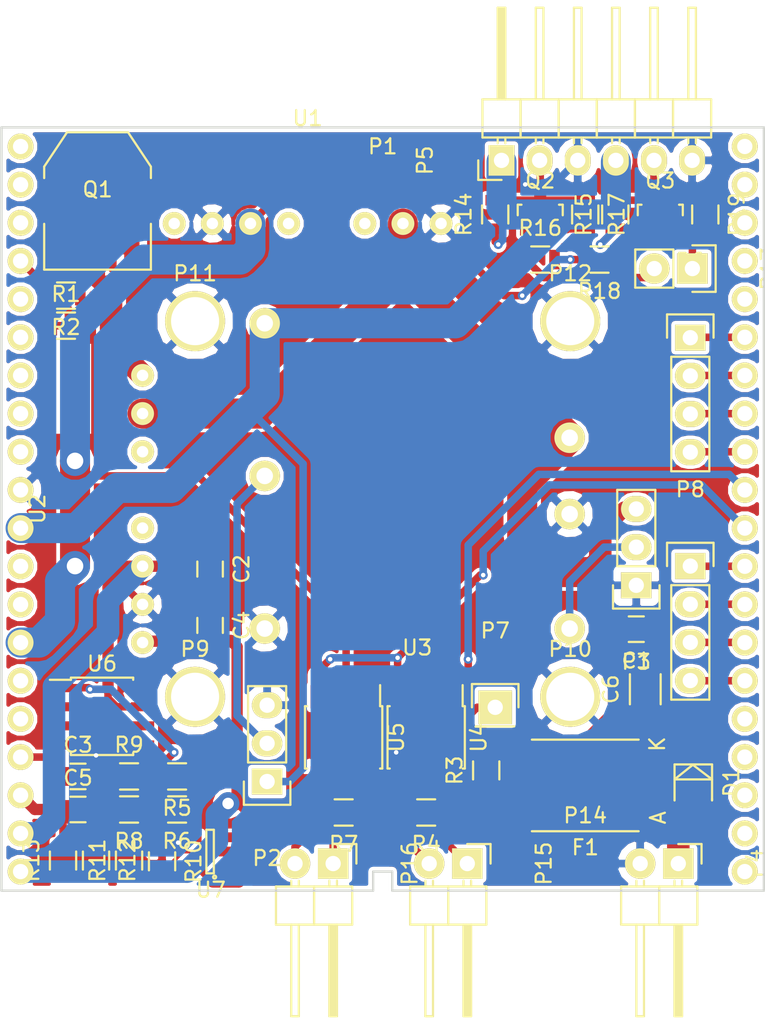
<source format=kicad_pcb>
(kicad_pcb (version 4) (host pcbnew 4.0.2-stable)
  (layers (0 F.Cu signal) (31 B.Cu signal) (34 B.Paste user) (35 F.Paste user) (36 B.SilkS user hide) (37 F.SilkS user hide) (38 B.Mask user) (39 F.Mask user) (44 Edge.Cuts user))
  (net 0 "")
  (net 1 GND)
  (net 2 VIN)
  (net 3 "Net-(D1-Pad2)")
  (net 4 /EN_APWR)
  (net 5 +24V)
  (net 6 +3V3)
  (net 7 +12V)
  (net 8 -12VA)
  (net 9 /TX)
  (net 10 /RX)
  (net 11 "Net-(P2-Pad2)")
  (net 12 "Net-(P3-Pad2)")
  (net 13 "Net-(Q1-Pad1)")
  (net 14 "Net-(Q1-Pad2)")
  (net 15 +9V)
  (net 16 -9VA)
  (net 17 "Net-(P1-Pad27)")
  (net 18 "Net-(P1-Pad28)")
  (net 19 "Net-(P1-Pad29)")
  (net 20 "Net-(P1-Pad33)")
  (net 21 "Net-(P1-Pad34)")
  (net 22 "Net-(P1-Pad35)")
  (net 23 /A)
  (net 24 /B)
  (net 25 /Y)
  (net 26 /Z)
  (net 27 "Net-(P7-Pad1)")
  (net 28 "Net-(R5-Pad2)")
  (net 29 "Net-(R6-Pad2)")
  (net 30 "Net-(R8-Pad2)")
  (net 31 "Net-(R10-Pad2)")
  (net 32 "Net-(R11-Pad2)")
  (net 33 "Net-(R12-Pad2)")
  (net 34 "Net-(P1-Pad26)")
  (net 35 "Net-(P1-Pad32)")
  (net 36 "Net-(P5-Pad2)")
  (net 37 "Net-(P5-Pad5)")
  (net 38 "Net-(P13-Pad1)")
  (net 39 "Net-(P13-Pad2)")
  (net 40 "Net-(D1-Pad1)")
  (module Capacitors_SMD:C_0805 (layer F.Cu) (at 165.4 113 180)
    (fp_text reference C1 (at 0 -2.1 180) (layer F.SilkS))
    (fp_text value 10u)
    (pad 1 smd rect (at -1 0 180) (size 1 1.25) (layers F.Cu F.Paste F.Mask) (net 1 GND))
    (pad 2 smd rect (at 1 0 180) (size 1 1.25) (layers F.Cu F.Paste F.Mask) (net 2 VIN))
  )
  (module Diodes_SMD:MELF_Standard (layer F.Cu) (at 169.2 123.2 270)
    (fp_text reference D1 (at 0 -2.54 270) (layer F.SilkS))
    (fp_text value SMS240)
    (fp_text user K (at -2.55 2.4 270) (layer F.SilkS))
    (fp_text user A (at 2.35 2.35 270) (layer F.SilkS))
    (pad 1 smd rect (at -2.4003 0 270) (size 1.50114 2.70002) (layers F.Cu F.Paste F.Mask) (net 40 "Net-(D1-Pad1)"))
    (pad 2 smd rect (at 2.4003 0 270) (size 1.50114 2.70002) (layers F.Cu F.Paste F.Mask) (net 3 "Net-(D1-Pad2)"))
  )
  (module SCUBE:scube40_no_holes (layer F.Cu) (at 148.5011 105.0036)
    (fp_text reference P1 (at 0 -24.13) (layer F.SilkS))
    (fp_text value SCUBE40)
    (fp_line (start -25.4 25.4) (end -25.4 -25.4) (layer Edge.Cuts) (width 0.15))
    (fp_line (start 25.4 25.4) (end 0.635 25.4) (layer Edge.Cuts) (width 0.15))
    (fp_line (start 25.4 -25.4) (end 25.4 25.4) (layer Edge.Cuts) (width 0.15))
    (fp_line (start -25.4 -25.4) (end 25.4 -25.4) (layer Edge.Cuts) (width 0.15))
    (fp_line (start -0.635 25.4) (end -25.4 25.4) (layer Edge.Cuts) (width 0.15))
    (fp_line (start -0.635 24.13) (end -0.635 25.4) (layer Edge.Cuts) (width 0.15))
    (fp_line (start 0.635 24.13) (end -0.635 24.13) (layer Edge.Cuts) (width 0.15))
    (fp_line (start 0.635 25.4) (end 0.635 24.13) (layer Edge.Cuts) (width 0.15))
    (pad 1 thru_hole circle (at -24.13 -24.13) (size 1.7272 1.7272) (drill 1.016) (layers *.Cu *.Mask F.SilkS))
    (pad 2 thru_hole circle (at -24.13 -21.59) (size 1.7272 1.7272) (drill 1.016) (layers *.Cu *.Mask F.SilkS))
    (pad 3 thru_hole circle (at -24.13 -19.05) (size 1.7272 1.7272) (drill 1.016) (layers *.Cu *.Mask F.SilkS))
    (pad 4 thru_hole circle (at -24.13 -16.51) (size 1.7272 1.7272) (drill 1.016) (layers *.Cu *.Mask F.SilkS) (net 4 /EN_APWR))
    (pad 5 thru_hole circle (at -24.13 -13.97) (size 1.7272 1.7272) (drill 1.016) (layers *.Cu *.Mask F.SilkS))
    (pad 6 thru_hole circle (at -24.13 -11.43) (size 1.7272 1.7272) (drill 1.016) (layers *.Cu *.Mask F.SilkS))
    (pad 7 thru_hole circle (at -24.13 -8.89) (size 1.7272 1.7272) (drill 1.016) (layers *.Cu *.Mask F.SilkS))
    (pad 8 thru_hole circle (at -24.13 -6.35) (size 1.7272 1.7272) (drill 1.016) (layers *.Cu *.Mask F.SilkS))
    (pad 9 thru_hole circle (at -24.13 -3.81) (size 1.7272 1.7272) (drill 1.016) (layers *.Cu *.Mask F.SilkS))
    (pad 10 thru_hole circle (at -24.13 -1.27) (size 1.7272 1.7272) (drill 1.016) (layers *.Cu *.Mask F.SilkS) (net 1 GND))
    (pad 11 thru_hole circle (at -24.13 1.27) (size 1.7272 1.7272) (drill 1.016) (layers *.Cu *.Mask F.SilkS) (net 5 +24V))
    (pad 12 thru_hole circle (at -24.13 3.81) (size 1.7272 1.7272) (drill 1.016) (layers *.Cu *.Mask F.SilkS))
    (pad 13 thru_hole circle (at -24.13 6.35) (size 1.7272 1.7272) (drill 1.016) (layers *.Cu *.Mask F.SilkS))
    (pad 14 thru_hole circle (at -24.13 8.89) (size 1.7272 1.7272) (drill 1.016) (layers *.Cu *.Mask F.SilkS) (net 6 +3V3))
    (pad 15 thru_hole circle (at -24.13 11.43) (size 1.7272 1.7272) (drill 1.016) (layers *.Cu *.Mask F.SilkS))
    (pad 16 thru_hole circle (at -24.13 13.97) (size 1.7272 1.7272) (drill 1.016) (layers *.Cu *.Mask F.SilkS))
    (pad 17 thru_hole circle (at -24.13 16.51) (size 1.7272 1.7272) (drill 1.016) (layers *.Cu *.Mask F.SilkS) (net 15 +9V))
    (pad 18 thru_hole circle (at -24.13 19.05) (size 1.7272 1.7272) (drill 1.016) (layers *.Cu *.Mask F.SilkS) (net 16 -9VA))
    (pad 19 thru_hole circle (at -24.13 21.59) (size 1.7272 1.7272) (drill 1.016) (layers *.Cu *.Mask F.SilkS) (net 7 +12V))
    (pad 20 thru_hole circle (at -24.13 24.13) (size 1.7272 1.7272) (drill 1.016) (layers *.Cu *.Mask F.SilkS) (net 8 -12VA))
    (pad 21 thru_hole circle (at 24.13 24.13) (size 1.7272 1.7272) (drill 1.016) (layers *.Cu *.Mask F.SilkS))
    (pad 22 thru_hole circle (at 24.13 21.59) (size 1.7272 1.7272) (drill 1.016) (layers *.Cu *.Mask F.SilkS))
    (pad 23 thru_hole circle (at 24.13 19.05) (size 1.7272 1.7272) (drill 1.016) (layers *.Cu *.Mask F.SilkS))
    (pad 24 thru_hole circle (at 24.13 16.51) (size 1.7272 1.7272) (drill 1.016) (layers *.Cu *.Mask F.SilkS))
    (pad 25 thru_hole circle (at 24.13 13.97) (size 1.7272 1.7272) (drill 1.016) (layers *.Cu *.Mask F.SilkS))
    (pad 26 thru_hole circle (at 24.13 11.43) (size 1.7272 1.7272) (drill 1.016) (layers *.Cu *.Mask F.SilkS) (net 34 "Net-(P1-Pad26)"))
    (pad 27 thru_hole circle (at 24.13 8.89) (size 1.7272 1.7272) (drill 1.016) (layers *.Cu *.Mask F.SilkS) (net 17 "Net-(P1-Pad27)"))
    (pad 28 thru_hole circle (at 24.13 6.35) (size 1.7272 1.7272) (drill 1.016) (layers *.Cu *.Mask F.SilkS) (net 18 "Net-(P1-Pad28)"))
    (pad 29 thru_hole circle (at 24.13 3.81) (size 1.7272 1.7272) (drill 1.016) (layers *.Cu *.Mask F.SilkS) (net 19 "Net-(P1-Pad29)"))
    (pad 30 thru_hole circle (at 24.13 1.27) (size 1.7272 1.7272) (drill 1.016) (layers *.Cu *.Mask F.SilkS) (net 9 /TX))
    (pad 31 thru_hole circle (at 24.13 -1.27) (size 1.7272 1.7272) (drill 1.016) (layers *.Cu *.Mask F.SilkS) (net 10 /RX))
    (pad 32 thru_hole circle (at 24.13 -3.81) (size 1.7272 1.7272) (drill 1.016) (layers *.Cu *.Mask F.SilkS) (net 35 "Net-(P1-Pad32)"))
    (pad 33 thru_hole circle (at 24.13 -6.35) (size 1.7272 1.7272) (drill 1.016) (layers *.Cu *.Mask F.SilkS) (net 20 "Net-(P1-Pad33)"))
    (pad 34 thru_hole circle (at 24.13 -8.89) (size 1.7272 1.7272) (drill 1.016) (layers *.Cu *.Mask F.SilkS) (net 21 "Net-(P1-Pad34)"))
    (pad 35 thru_hole circle (at 24.13 -11.43) (size 1.7272 1.7272) (drill 1.016) (layers *.Cu *.Mask F.SilkS) (net 22 "Net-(P1-Pad35)"))
    (pad 36 thru_hole circle (at 24.13 -13.97) (size 1.7272 1.7272) (drill 1.016) (layers *.Cu *.Mask F.SilkS))
    (pad 37 thru_hole circle (at 24.13 -16.51) (size 1.7272 1.7272) (drill 1.016) (layers *.Cu *.Mask F.SilkS))
    (pad 38 thru_hole circle (at 24.13 -19.05) (size 1.7272 1.7272) (drill 1.016) (layers *.Cu *.Mask F.SilkS))
    (pad 39 thru_hole circle (at 24.13 -21.59) (size 1.7272 1.7272) (drill 1.016) (layers *.Cu *.Mask F.SilkS))
    (pad 40 thru_hole circle (at 24.13 -24.13) (size 1.7272 1.7272) (drill 1.016) (layers *.Cu *.Mask F.SilkS))
  )
  (module Pin_Headers:Pin_Header_Straight_1x03 (layer F.Cu) (at 140.8 123.14 180)
    (fp_text reference P2 (at 0 -5.1 180) (layer F.SilkS))
    (fp_text value TRIM)
    (pad 1 thru_hole rect (at 0 0 180) (size 2.032 1.7272) (drill 1.016) (layers *.Cu *.Mask F.SilkS) (net 5 +24V))
    (pad 2 thru_hole oval (at 0 2.54 180) (size 2.032 1.7272) (drill 1.016) (layers *.Cu *.Mask F.SilkS) (net 11 "Net-(P2-Pad2)"))
    (pad 3 thru_hole oval (at 0 5.08 180) (size 2.032 1.7272) (drill 1.016) (layers *.Cu *.Mask F.SilkS) (net 1 GND))
  )
  (module Pin_Headers:Pin_Header_Straight_1x03 (layer F.Cu) (at 165.4 110.08 180)
    (fp_text reference P3 (at 0 -5.1 180) (layer F.SilkS))
    (fp_text value ON/OFF)
    (pad 1 thru_hole rect (at 0 0 180) (size 2.032 1.7272) (drill 1.016) (layers *.Cu *.Mask F.SilkS) (net 1 GND))
    (pad 2 thru_hole oval (at 0 2.54 180) (size 2.032 1.7272) (drill 1.016) (layers *.Cu *.Mask F.SilkS) (net 12 "Net-(P3-Pad2)"))
    (pad 3 thru_hole oval (at 0 5.08 180) (size 2.032 1.7272) (drill 1.016) (layers *.Cu *.Mask F.SilkS) (net 2 VIN))
  )
  (module Resistors_SMD:R_0805 (layer F.Cu) (at 127.4 92.8)
    (fp_text reference R1 (at 0 -2.1) (layer F.SilkS))
    (fp_text value 1M)
    (pad 1 smd rect (at -0.95 0) (size 0.7 1.3) (layers F.Cu F.Paste F.Mask) (net 1 GND))
    (pad 2 smd rect (at 0.95 0) (size 0.7 1.3) (layers F.Cu F.Paste F.Mask) (net 13 "Net-(Q1-Pad1)"))
  )
  (module Resistors_SMD:R_0805 (layer F.Cu) (at 127.4 90.8 180)
    (fp_text reference R2 (at 0 -2.1 180) (layer F.SilkS))
    (fp_text value 10k)
    (pad 1 smd rect (at -0.95 0 180) (size 0.7 1.3) (layers F.Cu F.Paste F.Mask) (net 13 "Net-(Q1-Pad1)"))
    (pad 2 smd rect (at 0.95 0 180) (size 0.7 1.3) (layers F.Cu F.Paste F.Mask) (net 4 /EN_APWR))
  )
  (module Capacitors_SMD:C_0805 (layer F.Cu) (at 137 109 270)
    (fp_text reference C2 (at 0 -2.1 270) (layer F.SilkS))
    (fp_text value 100n)
    (pad 1 smd rect (at -1 0 270) (size 1 1.25) (layers F.Cu F.Paste F.Mask) (net 7 +12V))
    (pad 2 smd rect (at 1 0 270) (size 1 1.25) (layers F.Cu F.Paste F.Mask) (net 1 GND))
  )
  (module Capacitors_SMD:C_0805 (layer F.Cu) (at 128.2 122.8)
    (fp_text reference C3 (at 0 -2.1) (layer F.SilkS))
    (fp_text value 10u)
    (pad 1 smd rect (at -1 0) (size 1 1.25) (layers F.Cu F.Paste F.Mask) (net 15 +9V))
    (pad 2 smd rect (at 1 0) (size 1 1.25) (layers F.Cu F.Paste F.Mask) (net 1 GND))
  )
  (module Capacitors_SMD:C_0805 (layer F.Cu) (at 137 112.75 270)
    (fp_text reference C4 (at 0 -2.1 270) (layer F.SilkS))
    (fp_text value 100n)
    (pad 1 smd rect (at -1 0 270) (size 1 1.25) (layers F.Cu F.Paste F.Mask) (net 1 GND))
    (pad 2 smd rect (at 1 0 270) (size 1 1.25) (layers F.Cu F.Paste F.Mask) (net 8 -12VA))
  )
  (module Capacitors_SMD:C_0805 (layer F.Cu) (at 128.2 125)
    (fp_text reference C5 (at 0 -2.1) (layer F.SilkS))
    (fp_text value 10u)
    (pad 1 smd rect (at -1 0) (size 1 1.25) (layers F.Cu F.Paste F.Mask) (net 16 -9VA))
    (pad 2 smd rect (at 1 0) (size 1 1.25) (layers F.Cu F.Paste F.Mask) (net 1 GND))
  )
  (module Pin_Headers:Pin_Header_Straight_1x01 (layer F.Cu) (at 156 118.2)
    (fp_text reference P7 (at 0 -5.1) (layer F.SilkS))
    (fp_text value DE)
    (pad 1 thru_hole rect (at 0 0) (size 2.2352 2.2352) (drill 1.016) (layers *.Cu *.Mask F.SilkS) (net 27 "Net-(P7-Pad1)"))
  )
  (module Resistors_SMD:R_0805 (layer F.Cu) (at 155.4 122.4 90)
    (fp_text reference R3 (at 0 -2.1 90) (layer F.SilkS))
    (fp_text value 10k)
    (pad 1 smd rect (at -0.95 0 90) (size 0.7 1.3) (layers F.Cu F.Paste F.Mask) (net 6 +3V3))
    (pad 2 smd rect (at 0.95 0 90) (size 0.7 1.3) (layers F.Cu F.Paste F.Mask) (net 10 /RX))
  )
  (module Resistors_SMD:R_0805 (layer F.Cu) (at 151.4 125.2 180)
    (fp_text reference R4 (at 0 -2.1 180) (layer F.SilkS))
    (fp_text value 120)
    (pad 1 smd rect (at -0.95 0 180) (size 0.7 1.3) (layers F.Cu F.Paste F.Mask) (net 24 /B))
    (pad 2 smd rect (at 0.95 0 180) (size 0.7 1.3) (layers F.Cu F.Paste F.Mask) (net 23 /A))
  )
  (module Resistors_SMD:R_0805 (layer F.Cu) (at 134.8 122.8 180)
    (fp_text reference R5 (at 0 -2.1 180) (layer F.SilkS))
    (fp_text value 10k)
    (pad 1 smd rect (at -0.95 0 180) (size 0.7 1.3) (layers F.Cu F.Paste F.Mask) (net 1 GND))
    (pad 2 smd rect (at 0.95 0 180) (size 0.7 1.3) (layers F.Cu F.Paste F.Mask) (net 28 "Net-(R5-Pad2)"))
  )
  (module Resistors_SMD:R_0805 (layer F.Cu) (at 134.8 125 180)
    (fp_text reference R6 (at 0 -2.1 180) (layer F.SilkS))
    (fp_text value 56k)
    (pad 1 smd rect (at -0.95 0 180) (size 0.7 1.3) (layers F.Cu F.Paste F.Mask) (net 28 "Net-(R5-Pad2)"))
    (pad 2 smd rect (at 0.95 0 180) (size 0.7 1.3) (layers F.Cu F.Paste F.Mask) (net 29 "Net-(R6-Pad2)"))
  )
  (module Resistors_SMD:R_0805 (layer F.Cu) (at 145.9 125.2 180)
    (fp_text reference R7 (at 0 -2.1 180) (layer F.SilkS))
    (fp_text value 120)
    (pad 1 smd rect (at -0.95 0 180) (size 0.7 1.3) (layers F.Cu F.Paste F.Mask) (net 26 /Z))
    (pad 2 smd rect (at 0.95 0 180) (size 0.7 1.3) (layers F.Cu F.Paste F.Mask) (net 25 /Y))
  )
  (module Resistors_SMD:R_0805 (layer F.Cu) (at 131.6 125 180)
    (fp_text reference R8 (at 0 -2.1 180) (layer F.SilkS))
    (fp_text value 8k2)
    (pad 1 smd rect (at -0.95 0 180) (size 0.7 1.3) (layers F.Cu F.Paste F.Mask) (net 29 "Net-(R6-Pad2)"))
    (pad 2 smd rect (at 0.95 0 180) (size 0.7 1.3) (layers F.Cu F.Paste F.Mask) (net 30 "Net-(R8-Pad2)"))
  )
  (module Resistors_SMD:R_0805 (layer F.Cu) (at 131.6 122.8)
    (fp_text reference R9 (at 0 -2.1) (layer F.SilkS))
    (fp_text value 180)
    (pad 1 smd rect (at -0.95 0) (size 0.7 1.3) (layers F.Cu F.Paste F.Mask) (net 15 +9V))
    (pad 2 smd rect (at 0.95 0) (size 0.7 1.3) (layers F.Cu F.Paste F.Mask) (net 30 "Net-(R8-Pad2)"))
  )
  (module Resistors_SMD:R_0805 (layer F.Cu) (at 133.8 128.45 270)
    (fp_text reference R10 (at 0 -2.1 270) (layer F.SilkS))
    (fp_text value 10k)
    (pad 1 smd rect (at -0.95 0 270) (size 0.7 1.3) (layers F.Cu F.Paste F.Mask) (net 1 GND))
    (pad 2 smd rect (at 0.95 0 270) (size 0.7 1.3) (layers F.Cu F.Paste F.Mask) (net 31 "Net-(R10-Pad2)"))
  )
  (module Resistors_SMD:R_0805 (layer F.Cu) (at 131.6 128.4 90)
    (fp_text reference R11 (at 0 -2.1 90) (layer F.SilkS))
    (fp_text value 56k)
    (pad 1 smd rect (at -0.95 0 90) (size 0.7 1.3) (layers F.Cu F.Paste F.Mask) (net 31 "Net-(R10-Pad2)"))
    (pad 2 smd rect (at 0.95 0 90) (size 0.7 1.3) (layers F.Cu F.Paste F.Mask) (net 32 "Net-(R11-Pad2)"))
  )
  (module Resistors_SMD:R_0805 (layer F.Cu) (at 129.4 128.4 270)
    (fp_text reference R12 (at 0 -2.1 270) (layer F.SilkS))
    (fp_text value 8k2)
    (pad 1 smd rect (at -0.95 0 270) (size 0.7 1.3) (layers F.Cu F.Paste F.Mask) (net 32 "Net-(R11-Pad2)"))
    (pad 2 smd rect (at 0.95 0 270) (size 0.7 1.3) (layers F.Cu F.Paste F.Mask) (net 33 "Net-(R12-Pad2)"))
  )
  (module Resistors_SMD:R_0805 (layer F.Cu) (at 127.2 128.4 90)
    (fp_text reference R13 (at 0 -2.1 90) (layer F.SilkS))
    (fp_text value 820)
    (pad 1 smd rect (at -0.95 0 90) (size 0.7 1.3) (layers F.Cu F.Paste F.Mask) (net 33 "Net-(R12-Pad2)"))
    (pad 2 smd rect (at 0.95 0 90) (size 0.7 1.3) (layers F.Cu F.Paste F.Mask) (net 16 -9VA))
  )
  (module Housings_SOIC:SOIC-8_3.9x4.9mm_Pitch1.27mm (layer F.Cu) (at 151.4 120.2 270)
    (fp_text reference U4 (at 0 -3.5 270) (layer F.SilkS))
    (fp_text value MAX485)
    (pad 1 smd rect (at -2.7 -1.905 270) (size 1.55 0.6) (layers F.Cu F.Paste F.Mask) (net 10 /RX))
    (pad 2 smd rect (at -2.7 -0.635 270) (size 1.55 0.6) (layers F.Cu F.Paste F.Mask) (net 27 "Net-(P7-Pad1)"))
    (pad 3 smd rect (at -2.7 0.635 270) (size 1.55 0.6) (layers F.Cu F.Paste F.Mask) (net 27 "Net-(P7-Pad1)"))
    (pad 4 smd rect (at -2.7 1.905 270) (size 1.55 0.6) (layers F.Cu F.Paste F.Mask) (net 9 /TX))
    (pad 5 smd rect (at 2.7 1.905 270) (size 1.55 0.6) (layers F.Cu F.Paste F.Mask) (net 1 GND))
    (pad 6 smd rect (at 2.7 0.635 270) (size 1.55 0.6) (layers F.Cu F.Paste F.Mask) (net 23 /A))
    (pad 7 smd rect (at 2.7 -0.635 270) (size 1.55 0.6) (layers F.Cu F.Paste F.Mask) (net 24 /B))
    (pad 8 smd rect (at 2.7 -1.905 270) (size 1.55 0.6) (layers F.Cu F.Paste F.Mask) (net 6 +3V3))
  )
  (module Housings_SOIC:SOIC-8_3.9x4.9mm_Pitch1.27mm (layer F.Cu) (at 145.9 120.2 270)
    (fp_text reference U5 (at 0 -3.5 270) (layer F.SilkS))
    (fp_text value MAX485)
    (pad 1 smd rect (at -2.7 -1.905 270) (size 1.55 0.6) (layers F.Cu F.Paste F.Mask))
    (pad 2 smd rect (at -2.7 -0.635 270) (size 1.55 0.6) (layers F.Cu F.Paste F.Mask) (net 6 +3V3))
    (pad 3 smd rect (at -2.7 0.635 270) (size 1.55 0.6) (layers F.Cu F.Paste F.Mask) (net 6 +3V3))
    (pad 4 smd rect (at -2.7 1.905 270) (size 1.55 0.6) (layers F.Cu F.Paste F.Mask) (net 9 /TX))
    (pad 5 smd rect (at 2.7 1.905 270) (size 1.55 0.6) (layers F.Cu F.Paste F.Mask) (net 1 GND))
    (pad 6 smd rect (at 2.7 0.635 270) (size 1.55 0.6) (layers F.Cu F.Paste F.Mask) (net 25 /Y))
    (pad 7 smd rect (at 2.7 -0.635 270) (size 1.55 0.6) (layers F.Cu F.Paste F.Mask) (net 26 /Z))
    (pad 8 smd rect (at 2.7 -1.905 270) (size 1.55 0.6) (layers F.Cu F.Paste F.Mask) (net 6 +3V3))
  )
  (module Housings_SOIC:SOIC-8_3.9x4.9mm_Pitch1.27mm (layer F.Cu) (at 129.8 118.8)
    (fp_text reference U6 (at 0 -3.5) (layer F.SilkS))
    (fp_text value MAX1659)
    (pad 1 smd rect (at -2.7 -1.905) (size 1.55 0.6) (layers F.Cu F.Paste F.Mask) (net 28 "Net-(R5-Pad2)"))
    (pad 2 smd rect (at -2.7 -0.635) (size 1.55 0.6) (layers F.Cu F.Paste F.Mask) (net 7 +12V))
    (pad 3 smd rect (at -2.7 0.635) (size 1.55 0.6) (layers F.Cu F.Paste F.Mask) (net 7 +12V))
    (pad 4 smd rect (at -2.7 1.905) (size 1.55 0.6) (layers F.Cu F.Paste F.Mask) (net 15 +9V))
    (pad 5 smd rect (at 2.7 1.905) (size 1.55 0.6) (layers F.Cu F.Paste F.Mask) (net 15 +9V))
    (pad 6 smd rect (at 2.7 0.635) (size 1.55 0.6) (layers F.Cu F.Paste F.Mask) (net 7 +12V))
    (pad 7 smd rect (at 2.7 -0.635) (size 1.55 0.6) (layers F.Cu F.Paste F.Mask) (net 7 +12V))
    (pad 8 smd rect (at 2.7 -1.905) (size 1.55 0.6) (layers F.Cu F.Paste F.Mask) (net 1 GND))
  )
  (module TO_SOT_Packages_SMD:SOT-23-5 (layer F.Cu) (at 137 127.8 180)
    (fp_text reference U7 (at -0.05 -2.55 180) (layer F.SilkS))
    (fp_text value MIC5270YM5-TR)
    (pad 1 smd rect (at -1.1 -0.95 180) (size 1.06 0.65) (layers F.Cu F.Paste F.Mask))
    (pad 2 smd rect (at -1.1 0 180) (size 1.06 0.65) (layers F.Cu F.Paste F.Mask) (net 1 GND))
    (pad 3 smd rect (at -1.1 0.95 180) (size 1.06 0.65) (layers F.Cu F.Paste F.Mask) (net 31 "Net-(R10-Pad2)"))
    (pad 4 smd rect (at 1.1 0.95 180) (size 1.06 0.65) (layers F.Cu F.Paste F.Mask) (net 16 -9VA))
    (pad 5 smd rect (at 1.1 -0.95 180) (size 1.06 0.65) (layers F.Cu F.Paste F.Mask) (net 8 -12VA))
  )
  (module SCUBE:M3_PTH (layer F.Cu) (at 136 117.5)
    (fp_text reference P9 (at 0 -3.175) (layer F.SilkS))
    (fp_text value M3)
    (pad 1 thru_hole circle (at 0 0) (size 4 4) (drill 3.2) (layers *.Cu *.Mask F.SilkS) (net 1 GND))
  )
  (module SCUBE:M3_PTH (layer F.Cu) (at 161 117.5)
    (fp_text reference P10 (at 0 -3.175) (layer F.SilkS))
    (fp_text value M3)
    (pad 1 thru_hole circle (at 0 0) (size 4 4) (drill 3.2) (layers *.Cu *.Mask F.SilkS) (net 1 GND))
  )
  (module SCUBE:M3_PTH (layer F.Cu) (at 136 92.5)
    (fp_text reference P11 (at 0 -3.175) (layer F.SilkS))
    (fp_text value M3)
    (pad 1 thru_hole circle (at 0 0) (size 4 4) (drill 3.2) (layers *.Cu *.Mask F.SilkS) (net 1 GND))
  )
  (module SCUBE:M3_PTH (layer F.Cu) (at 161 92.5)
    (fp_text reference P12 (at 0 -3.175) (layer F.SilkS))
    (fp_text value M3)
    (pad 1 thru_hole circle (at 0 0) (size 4 4) (drill 3.2) (layers *.Cu *.Mask F.SilkS) (net 1 GND))
  )
  (module SCUBE:RSO-2412D_v2 (layer F.Cu) (at 143.5 86 180)
    (fp_text reference U1 (at 0 7 180) (layer F.SilkS))
    (fp_text value RS-243.3S)
    (pad 1 thru_hole circle (at -8.89 0 180) (size 1.524 1.524) (drill 0.762) (layers *.Cu *.Mask F.SilkS) (net 1 GND))
    (pad 2 thru_hole circle (at -6.35 0 180) (size 1.524 1.524) (drill 0.762) (layers *.Cu *.Mask F.SilkS) (net 2 VIN))
    (pad 3 thru_hole circle (at -3.81 0 180) (size 1.524 1.524) (drill 0.762) (layers *.Cu *.Mask F.SilkS))
    (pad 5 thru_hole circle (at 1.27 0 180) (size 1.524 1.524) (drill 0.762) (layers *.Cu *.Mask F.SilkS))
    (pad 6 thru_hole circle (at 3.81 0 180) (size 1.524 1.524) (drill 0.762) (layers *.Cu *.Mask F.SilkS) (net 6 +3V3))
    (pad 7 thru_hole circle (at 6.35 0 180) (size 1.524 1.524) (drill 0.762) (layers *.Cu *.Mask F.SilkS) (net 1 GND))
    (pad 8 thru_hole circle (at 8.89 0 180) (size 1.524 1.524) (drill 0.762) (layers *.Cu *.Mask F.SilkS))
  )
  (module SCUBE:RSO-2412D_v2 (layer F.Cu) (at 132.5 105 270)
    (fp_text reference U2 (at 0 7 270) (layer F.SilkS))
    (fp_text value RSO-2412D-Dual)
    (pad 1 thru_hole circle (at -8.89 0 270) (size 1.524 1.524) (drill 0.762) (layers *.Cu *.Mask F.SilkS) (net 14 "Net-(Q1-Pad2)"))
    (pad 2 thru_hole circle (at -6.35 0 270) (size 1.524 1.524) (drill 0.762) (layers *.Cu *.Mask F.SilkS) (net 2 VIN))
    (pad 3 thru_hole circle (at -3.81 0 270) (size 1.524 1.524) (drill 0.762) (layers *.Cu *.Mask F.SilkS))
    (pad 5 thru_hole circle (at 1.27 0 270) (size 1.524 1.524) (drill 0.762) (layers *.Cu *.Mask F.SilkS))
    (pad 6 thru_hole circle (at 3.81 0 270) (size 1.524 1.524) (drill 0.762) (layers *.Cu *.Mask F.SilkS) (net 7 +12V))
    (pad 7 thru_hole circle (at 6.35 0 270) (size 1.524 1.524) (drill 0.762) (layers *.Cu *.Mask F.SilkS) (net 1 GND))
    (pad 8 thru_hole circle (at 8.89 0 270) (size 1.524 1.524) (drill 0.762) (layers *.Cu *.Mask F.SilkS) (net 8 -12VA))
  )
  (module Pin_Headers:Pin_Header_Angled_1x06 (layer F.Cu) (at 156.42 81.8 90)
    (fp_text reference P5 (at 0 -5.1 90) (layer F.SilkS))
    (fp_text value MOTOR_OUT)
    (pad 1 thru_hole rect (at 0 0 90) (size 2.032 1.7272) (drill 1.016) (layers *.Cu *.Mask F.SilkS) (net 5 +24V))
    (pad 2 thru_hole oval (at 0 2.54 90) (size 2.032 1.7272) (drill 1.016) (layers *.Cu *.Mask F.SilkS) (net 36 "Net-(P5-Pad2)"))
    (pad 3 thru_hole oval (at 0 5.08 90) (size 2.032 1.7272) (drill 1.016) (layers *.Cu *.Mask F.SilkS) (net 1 GND))
    (pad 4 thru_hole oval (at 0 7.62 90) (size 2.032 1.7272) (drill 1.016) (layers *.Cu *.Mask F.SilkS) (net 5 +24V))
    (pad 5 thru_hole oval (at 0 10.16 90) (size 2.032 1.7272) (drill 1.016) (layers *.Cu *.Mask F.SilkS) (net 37 "Net-(P5-Pad5)"))
    (pad 6 thru_hole oval (at 0 12.7 90) (size 2.032 1.7272) (drill 1.016) (layers *.Cu *.Mask F.SilkS) (net 1 GND))
  )
  (module Pin_Headers:Pin_Header_Straight_1x02 (layer F.Cu) (at 169.14 89 270)
    (fp_text reference P13 (at 0 -5.1 270) (layer F.SilkS))
    (fp_text value PWM)
    (pad 1 thru_hole rect (at 0 0 270) (size 2.032 2.032) (drill 1.016) (layers *.Cu *.Mask F.SilkS) (net 38 "Net-(P13-Pad1)"))
    (pad 2 thru_hole oval (at 0 2.54 270) (size 2.032 2.032) (drill 1.016) (layers *.Cu *.Mask F.SilkS) (net 39 "Net-(P13-Pad2)"))
  )
  (module TO_SOT_Packages_SMD:SOT-223 (layer F.Cu) (at 129.5 84.5)
    (fp_text reference Q1 (at 0 -0.762) (layer F.SilkS))
    (fp_text value IRLL024NPBF)
    (pad 4 smd rect (at 0 -3.302) (size 3.6576 2.032) (layers F.Cu F.Paste F.Mask) (net 14 "Net-(Q1-Pad2)"))
    (pad 2 smd rect (at 0 3.302) (size 1.016 2.032) (layers F.Cu F.Paste F.Mask) (net 14 "Net-(Q1-Pad2)"))
    (pad 3 smd rect (at 2.286 3.302) (size 1.016 2.032) (layers F.Cu F.Paste F.Mask) (net 1 GND))
    (pad 1 smd rect (at -2.286 3.302) (size 1.016 2.032) (layers F.Cu F.Paste F.Mask) (net 13 "Net-(Q1-Pad1)"))
  )
  (module TO_SOT_Packages_SMD:SOT-23 (layer F.Cu) (at 159 85.4)
    (fp_text reference Q2 (at 0 -2.25) (layer F.SilkS))
    (fp_text value PMBF170)
    (pad 1 smd rect (at -0.95 1.00076) (size 0.8001 0.8001) (layers F.Cu F.Paste F.Mask) (net 39 "Net-(P13-Pad2)"))
    (pad 2 smd rect (at 0.95 1.00076) (size 0.8001 0.8001) (layers F.Cu F.Paste F.Mask) (net 1 GND))
    (pad 3 smd rect (at 0 -0.99822) (size 0.8001 0.8001) (layers F.Cu F.Paste F.Mask) (net 36 "Net-(P5-Pad2)"))
  )
  (module TO_SOT_Packages_SMD:SOT-23 (layer F.Cu) (at 167 85.4)
    (fp_text reference Q3 (at 0 -2.25) (layer F.SilkS))
    (fp_text value PMBF170)
    (pad 1 smd rect (at -0.95 1.00076) (size 0.8001 0.8001) (layers F.Cu F.Paste F.Mask) (net 38 "Net-(P13-Pad1)"))
    (pad 2 smd rect (at 0.95 1.00076) (size 0.8001 0.8001) (layers F.Cu F.Paste F.Mask) (net 1 GND))
    (pad 3 smd rect (at 0 -0.99822) (size 0.8001 0.8001) (layers F.Cu F.Paste F.Mask) (net 37 "Net-(P5-Pad5)"))
  )
  (module Resistors_SMD:R_0805 (layer F.Cu) (at 156 85.4 90)
    (fp_text reference R14 (at 0 -2.1 90) (layer F.SilkS))
    (fp_text value 56k)
    (pad 1 smd rect (at -0.95 0 90) (size 0.7 1.3) (layers F.Cu F.Paste F.Mask) (net 5 +24V))
    (pad 2 smd rect (at 0.95 0 90) (size 0.7 1.3) (layers F.Cu F.Paste F.Mask) (net 36 "Net-(P5-Pad2)"))
  )
  (module Resistors_SMD:R_0805 (layer F.Cu) (at 164 85.4 90)
    (fp_text reference R15 (at 0 -2.1 90) (layer F.SilkS))
    (fp_text value 56k)
    (pad 1 smd rect (at -0.95 0 90) (size 0.7 1.3) (layers F.Cu F.Paste F.Mask) (net 5 +24V))
    (pad 2 smd rect (at 0.95 0 90) (size 0.7 1.3) (layers F.Cu F.Paste F.Mask) (net 37 "Net-(P5-Pad5)"))
  )
  (module Resistors_SMD:R_0805 (layer F.Cu) (at 159 88.4)
    (fp_text reference R16 (at 0 -2.1) (layer F.SilkS))
    (fp_text value 100k)
    (pad 1 smd rect (at -0.95 0) (size 0.7 1.3) (layers F.Cu F.Paste F.Mask) (net 39 "Net-(P13-Pad2)"))
    (pad 2 smd rect (at 0.95 0) (size 0.7 1.3) (layers F.Cu F.Paste F.Mask) (net 6 +3V3))
  )
  (module Resistors_SMD:R_0805 (layer F.Cu) (at 162 85.4 270)
    (fp_text reference R17 (at 0 -2.1 270) (layer F.SilkS))
    (fp_text value open)
    (pad 1 smd rect (at -0.95 0 270) (size 0.7 1.3) (layers F.Cu F.Paste F.Mask) (net 36 "Net-(P5-Pad2)"))
    (pad 2 smd rect (at 0.95 0 270) (size 0.7 1.3) (layers F.Cu F.Paste F.Mask) (net 1 GND))
  )
  (module Resistors_SMD:R_0805 (layer F.Cu) (at 162.95 88.4 180)
    (fp_text reference R18 (at 0 -2.1 180) (layer F.SilkS))
    (fp_text value 100k)
    (pad 1 smd rect (at -0.95 0 180) (size 0.7 1.3) (layers F.Cu F.Paste F.Mask) (net 38 "Net-(P13-Pad1)"))
    (pad 2 smd rect (at 0.95 0 180) (size 0.7 1.3) (layers F.Cu F.Paste F.Mask) (net 6 +3V3))
  )
  (module Resistors_SMD:R_0805 (layer F.Cu) (at 170 85.4 270)
    (fp_text reference R19 (at 0 -2.1 270) (layer F.SilkS))
    (fp_text value open)
    (pad 1 smd rect (at -0.95 0 270) (size 0.7 1.3) (layers F.Cu F.Paste F.Mask) (net 37 "Net-(P5-Pad5)"))
    (pad 2 smd rect (at 0.95 0 270) (size 0.7 1.3) (layers F.Cu F.Paste F.Mask) (net 1 GND))
  )
  (module Pin_Headers:Pin_Header_Straight_1x04 (layer F.Cu) (at 169 93.6)
    (fp_text reference P6 (at 0 -5.1) (layer F.SilkS))
    (fp_text value DE2)
    (pad 1 thru_hole rect (at 0 0) (size 2.032 1.7272) (drill 1.016) (layers *.Cu *.Mask F.SilkS) (net 22 "Net-(P1-Pad35)"))
    (pad 2 thru_hole oval (at 0 2.54) (size 2.032 1.7272) (drill 1.016) (layers *.Cu *.Mask F.SilkS) (net 21 "Net-(P1-Pad34)"))
    (pad 3 thru_hole oval (at 0 5.08) (size 2.032 1.7272) (drill 1.016) (layers *.Cu *.Mask F.SilkS) (net 20 "Net-(P1-Pad33)"))
    (pad 4 thru_hole oval (at 0 7.62) (size 2.032 1.7272) (drill 1.016) (layers *.Cu *.Mask F.SilkS) (net 35 "Net-(P1-Pad32)"))
  )
  (module Pin_Headers:Pin_Header_Straight_1x04 (layer F.Cu) (at 169 108.8)
    (fp_text reference P8 (at 0 -5.1) (layer F.SilkS))
    (fp_text value DE1)
    (pad 1 thru_hole rect (at 0 0) (size 2.032 1.7272) (drill 1.016) (layers *.Cu *.Mask F.SilkS) (net 19 "Net-(P1-Pad29)"))
    (pad 2 thru_hole oval (at 0 2.54) (size 2.032 1.7272) (drill 1.016) (layers *.Cu *.Mask F.SilkS) (net 18 "Net-(P1-Pad28)"))
    (pad 3 thru_hole oval (at 0 5.08) (size 2.032 1.7272) (drill 1.016) (layers *.Cu *.Mask F.SilkS) (net 17 "Net-(P1-Pad27)"))
    (pad 4 thru_hole oval (at 0 7.62) (size 2.032 1.7272) (drill 1.016) (layers *.Cu *.Mask F.SilkS) (net 34 "Net-(P1-Pad26)"))
  )
  (module Capacitors_SMD:C_1206 (layer F.Cu) (at 166 117 90)
    (fp_text reference C6 (at 0 -2.3 90) (layer F.SilkS))
    (fp_text value 100u)
    (pad 1 smd rect (at -1.5 0 90) (size 1 1.6) (layers F.Cu F.Paste F.Mask) (net 1 GND))
    (pad 2 smd rect (at 1.5 0 90) (size 1 1.6) (layers F.Cu F.Paste F.Mask) (net 2 VIN))
  )
  (module Fuse_Holders_and_Fuses:Fuse_SMD2920 (layer F.Cu) (at 162 123.4 180)
    (fp_text reference F1 (at 0 -4.1275 180) (layer F.SilkS))
    (fp_text value PTC)
    (pad 1 smd rect (at -3.7 0 270) (size 5.6 2.3) (layers F.Cu F.Paste F.Mask) (net 40 "Net-(D1-Pad1)"))
    (pad 2 smd rect (at 3.7 0 270) (size 5.6 2.3) (layers F.Cu F.Paste F.Mask) (net 2 VIN))
  )
  (module SCUBE:solder_bridge (layer F.Cu) (at 162 123.4 180)
    (fp_text reference P14 (at 0 -2 180) (layer F.SilkS))
    (fp_text value FUSE_BYPASS)
    (pad 1 smd rect (at -0.6 0 180) (size 1 2) (layers F.Cu F.Paste F.Mask) (net 40 "Net-(D1-Pad1)"))
    (pad 2 smd rect (at 0.6 0 180) (size 1 2) (layers F.Cu F.Paste F.Mask) (net 2 VIN))
  )
  (module Pin_Headers:Pin_Header_Angled_1x02 (layer F.Cu) (at 168.2 128.6 270)
    (fp_text reference P4 (at 0 -5.1 270) (layer F.SilkS))
    (fp_text value PWR)
    (pad 1 thru_hole rect (at 0 0 270) (size 2.032 2.032) (drill 1.016) (layers *.Cu *.Mask F.SilkS) (net 3 "Net-(D1-Pad2)"))
    (pad 2 thru_hole oval (at 0 2.54 270) (size 2.032 2.032) (drill 1.016) (layers *.Cu *.Mask F.SilkS) (net 1 GND))
  )
  (module Pin_Headers:Pin_Header_Angled_1x02 (layer F.Cu) (at 154.14 128.6 270)
    (fp_text reference P15 (at 0 -5.1 270) (layer F.SilkS))
    (fp_text value IN)
    (pad 1 thru_hole rect (at 0 0 270) (size 2.032 2.032) (drill 1.016) (layers *.Cu *.Mask F.SilkS) (net 24 /B))
    (pad 2 thru_hole oval (at 0 2.54 270) (size 2.032 2.032) (drill 1.016) (layers *.Cu *.Mask F.SilkS) (net 23 /A))
  )
  (module Pin_Headers:Pin_Header_Angled_1x02 (layer F.Cu) (at 145.2 128.6 270)
    (fp_text reference P16 (at 0 -5.1 270) (layer F.SilkS))
    (fp_text value OUT)
    (pad 1 thru_hole rect (at 0 0 270) (size 2.032 2.032) (drill 1.016) (layers *.Cu *.Mask F.SilkS) (net 26 /Z))
    (pad 2 thru_hole oval (at 0 2.54 270) (size 2.032 2.032) (drill 1.016) (layers *.Cu *.Mask F.SilkS) (net 25 /Y))
  )
  (module SCUBE:THN_30-2415 (layer F.Cu) (at 150.8 102.8 180)
    (fp_text reference U3 (at 0 -11.43 180) (layer F.SilkS))
    (fp_text value THN_30-2415)
    (pad 5 thru_hole circle (at 10.16 -10.16 180) (size 2.032 2.032) (drill 1.1) (layers *.Cu *.Mask F.SilkS) (net 1 GND))
    (pad 4 thru_hole circle (at 10.16 0 180) (size 2.032 2.032) (drill 1.1) (layers *.Cu *.Mask F.SilkS) (net 11 "Net-(P2-Pad2)"))
    (pad 3 thru_hole circle (at 10.16 10.16 180) (size 2.032 2.032) (drill 1.1) (layers *.Cu *.Mask F.SilkS) (net 5 +24V))
    (pad 6 thru_hole circle (at -10.16 -10.16 180) (size 2.032 2.032) (drill 1.1) (layers *.Cu *.Mask F.SilkS) (net 12 "Net-(P3-Pad2)"))
    (pad 2 thru_hole circle (at -10.16 -2.54 180) (size 2.032 2.032) (drill 1.1) (layers *.Cu *.Mask F.SilkS) (net 1 GND))
    (pad 1 thru_hole circle (at -10.16 2.54 180) (size 2.032 2.032) (drill 1.1) (layers *.Cu *.Mask F.SilkS) (net 2 VIN))
  )
  (gr_text TX (at 147.6 127.8) (layer F.Cu) (effects (font (size 1 1) (thickness 0.25))))
  (gr_text "RX(TX)" (at 158 128.6) (layer F.Cu) (effects (font (size 1 1) (thickness 0.25))))
  (gr_text - (at 163.2 128.6) (layer F.Cu) (effects (font (size 1 1) (thickness 0.25))))
  (gr_text + (at 170.4 128.4) (layer F.Cu) (effects (font (size 1 1) (thickness 0.25))))
  (gr_text "ulv_power2\n2016-11-25" (at 150.8 101.8) (layer F.Cu) (effects (font (size 1 1) (thickness 0.25))))
  (gr_text 24V (at 150.8 106.4) (layer F.Cu) (effects (font (size 1.5 1.5) (thickness 0.3))))
  (gr_text +-12V (at 128 97 90) (layer F.Cu) (effects (font (size 1 1) (thickness 0.25))))
  (gr_text 3V3 (at 136.2 82) (layer F.Cu) (effects (font (size 1.5 1.5) (thickness 0.3))))
  (segment (start 134.446852 127.208708) (end 134.871116 127.208708) (width 0.3) (layer F.Cu) (net 1))
  (segment (start 134.091292 127.208708) (end 134.446852 127.208708) (width 0.3) (layer F.Cu) (net 1))
  (segment (start 133.8 127.5) (end 134.091292 127.208708) (width 0.3) (layer F.Cu) (net 1))
  (segment (start 134.862408 127.2) (end 134.871116 127.208708) (width 0.5) (layer F.Cu) (net 1))
  (segment (start 134.8 127.2) (end 134.862408 127.2) (width 0.5) (layer F.Cu) (net 1))
  (via (at 134.871116 127.208708) (size 0.6) (drill 0.3) (layers F.Cu B.Cu) (net 1))
  (segment (start 129.2 122.8) (end 129.2 121.6) (width 0.5) (layer F.Cu) (net 1))
  (segment (start 129.2 121.6) (end 129.4 121.4) (width 0.5) (layer F.Cu) (net 1))
  (via (at 129.4 121.4) (size 0.6) (drill 0.3) (layers F.Cu B.Cu) (net 1))
  (segment (start 161.5 81.8) (end 159.9 83.4) (width 0.5) (layer B.Cu) (net 1))
  (segment (start 159.9 83.4) (end 158 83.4) (width 0.5) (layer B.Cu) (net 1))
  (via (at 158 83.4) (size 0.6) (drill 0.3) (layers F.Cu B.Cu) (net 1))
  (segment (start 149.495 122.9) (end 149.495 121.295) (width 0.5) (layer F.Cu) (net 1))
  (segment (start 149.495 121.295) (end 149.4 121.2) (width 0.5) (layer F.Cu) (net 1))
  (via (at 149.4 121.2) (size 0.6) (drill 0.3) (layers F.Cu B.Cu) (net 1))
  (segment (start 160.96 100.26) (end 157.8 103.42) (width 2) (layer F.Cu) (net 2))
  (segment (start 157.8 103.42) (end 157.8 106.8) (width 2) (layer F.Cu) (net 2))
  (segment (start 157.8 106.8) (end 160.2 109.2) (width 2) (layer F.Cu) (net 2))
  (segment (start 160.2 109.2) (end 162.2 109.2) (width 2) (layer F.Cu) (net 2))
  (segment (start 163 106.6) (end 163 108.4) (width 1.5) (layer F.Cu) (net 2))
  (segment (start 163 108.4) (end 162.2 109.2) (width 1.5) (layer F.Cu) (net 2))
  (segment (start 163 111.475) (end 163 110) (width 1.5) (layer F.Cu) (net 2))
  (segment (start 163 110) (end 162.2 109.2) (width 1.5) (layer F.Cu) (net 2))
  (segment (start 161.4 123.4) (end 161.4 122.8) (width 0.75) (layer F.Cu) (net 2))
  (segment (start 161.4 122.8) (end 160.6 122) (width 0.75) (layer F.Cu) (net 2))
  (segment (start 149.85 89.15) (end 140.35 98.65) (width 2) (layer F.Cu) (net 2))
  (segment (start 140.35 98.65) (end 133.57763 98.65) (width 2) (layer F.Cu) (net 2))
  (segment (start 133.57763 98.65) (end 132.5 98.65) (width 2) (layer F.Cu) (net 2))
  (segment (start 160.96 100.26) (end 149.85 89.15) (width 2) (layer F.Cu) (net 2))
  (segment (start 149.85 89.15) (end 149.85 86) (width 2) (layer F.Cu) (net 2))
  (segment (start 164.4 113) (end 164.4 112.875) (width 1) (layer F.Cu) (net 2))
  (segment (start 164.4 112.875) (end 163 111.475) (width 1) (layer F.Cu) (net 2))
  (segment (start 163 106.6) (end 164.6 105) (width 1) (layer F.Cu) (net 2))
  (segment (start 164.6 105) (end 165.4 105) (width 1) (layer F.Cu) (net 2))
  (segment (start 164 118.6) (end 160.6 122) (width 1) (layer F.Cu) (net 2))
  (segment (start 160.6 122) (end 159.2 123.4) (width 1) (layer F.Cu) (net 2))
  (segment (start 159.2 123.4) (end 158.3 123.4) (width 1) (layer F.Cu) (net 2))
  (segment (start 164 117.2) (end 164 118.6) (width 1) (layer F.Cu) (net 2))
  (segment (start 166 115.5) (end 165.7 115.5) (width 1) (layer F.Cu) (net 2))
  (segment (start 165.7 115.5) (end 164 117.2) (width 1) (layer F.Cu) (net 2))
  (segment (start 166 115.5) (end 164.4 113.9) (width 1) (layer F.Cu) (net 2))
  (segment (start 164.4 113.9) (end 164.4 113) (width 1) (layer F.Cu) (net 2))
  (segment (start 168.2 128.6) (end 168.2 126.6003) (width 1.5) (layer F.Cu) (net 3))
  (segment (start 168.2 126.6003) (end 169.2 125.6003) (width 1.5) (layer F.Cu) (net 3))
  (segment (start 126.45 90.8) (end 126.45 90.5725) (width 0.5) (layer F.Cu) (net 4))
  (segment (start 126.45 90.5725) (end 124.3711 88.4936) (width 0.5) (layer F.Cu) (net 4))
  (segment (start 140.8 123.14) (end 142.316 123.14) (width 0.5) (layer B.Cu) (net 5))
  (segment (start 142.316 123.14) (end 143.2 122.256) (width 0.5) (layer B.Cu) (net 5))
  (segment (start 143.2 122.256) (end 143.2 102) (width 0.5) (layer B.Cu) (net 5))
  (segment (start 143.2 102) (end 140 98.8) (width 0.5) (layer B.Cu) (net 5))
  (segment (start 140 98.8) (end 139.2 98.8) (width 0.5) (layer B.Cu) (net 5))
  (segment (start 139.2 98.8) (end 134.4 103.6) (width 2) (layer B.Cu) (net 5))
  (segment (start 134.4 103.6) (end 130.8 103.6) (width 2) (layer B.Cu) (net 5))
  (segment (start 130.8 103.6) (end 128.1264 106.2736) (width 2) (layer B.Cu) (net 5))
  (segment (start 128.1264 106.2736) (end 124.3711 106.2736) (width 2) (layer B.Cu) (net 5))
  (segment (start 163.556 85.4) (end 160.6 85.4) (width 2) (layer B.Cu) (net 5))
  (segment (start 160.6 85.4) (end 156.904 85.4) (width 2) (layer B.Cu) (net 5))
  (segment (start 153.36 92.64) (end 160.6 85.4) (width 2) (layer B.Cu) (net 5))
  (segment (start 164.04 84.916) (end 163.556 85.4) (width 2) (layer B.Cu) (net 5))
  (segment (start 156.904 85.4) (end 156.42 84.916) (width 2) (layer B.Cu) (net 5))
  (segment (start 140.64 97.36) (end 139.2 98.8) (width 2) (layer B.Cu) (net 5))
  (segment (start 140.64 92.64) (end 140.64 97.36) (width 2) (layer B.Cu) (net 5))
  (segment (start 140.64 92.64) (end 153.36 92.64) (width 2) (layer B.Cu) (net 5))
  (segment (start 163 87.4) (end 164.04 86.36) (width 0.5) (layer B.Cu) (net 5))
  (segment (start 164.04 86.36) (end 164.04 84.916) (width 0.5) (layer B.Cu) (net 5))
  (segment (start 164 86.35) (end 164 86.4) (width 0.5) (layer F.Cu) (net 5))
  (segment (start 164 86.4) (end 163 87.4) (width 0.5) (layer F.Cu) (net 5))
  (via (at 163 87.4) (size 0.6) (drill 0.3) (layers F.Cu B.Cu) (net 5))
  (segment (start 156.2 87.4) (end 156.499999 87.100001) (width 0.5) (layer B.Cu) (net 5))
  (segment (start 156.499999 87.100001) (end 156.499999 84.995999) (width 0.5) (layer B.Cu) (net 5))
  (segment (start 156.499999 84.995999) (end 156.42 84.916) (width 0.5) (layer B.Cu) (net 5))
  (segment (start 156 86.35) (end 156 87.2) (width 0.5) (layer F.Cu) (net 5))
  (segment (start 156 87.2) (end 156.2 87.4) (width 0.5) (layer F.Cu) (net 5))
  (via (at 156.2 87.4) (size 0.6) (drill 0.3) (layers F.Cu B.Cu) (net 5))
  (segment (start 156.42 84.916) (end 156.42 81.9) (width 2) (layer B.Cu) (net 5))
  (segment (start 164.04 81.9) (end 164.04 84.916) (width 2) (layer B.Cu) (net 5))
  (segment (start 139.69 86) (end 139.69 87.71) (width 2) (layer B.Cu) (net 6))
  (segment (start 132.6 88.4) (end 128 93) (width 2) (layer B.Cu) (net 6))
  (segment (start 128 100.385789) (end 128 101.800002) (width 2) (layer B.Cu) (net 6))
  (segment (start 139.69 87.71) (end 139 88.4) (width 2) (layer B.Cu) (net 6))
  (segment (start 139 88.4) (end 132.6 88.4) (width 2) (layer B.Cu) (net 6))
  (segment (start 128 93) (end 128 100.385789) (width 2) (layer B.Cu) (net 6))
  (segment (start 128 101.800002) (end 128.999999 102.800001) (width 0.5) (layer F.Cu) (net 6))
  (segment (start 128.999999 102.800001) (end 136.200001 102.800001) (width 0.5) (layer F.Cu) (net 6))
  (segment (start 136.200001 102.800001) (end 146.065 112.665) (width 0.5) (layer F.Cu) (net 6))
  (segment (start 146.065 112.665) (end 146.065 115.535) (width 0.5) (layer F.Cu) (net 6))
  (segment (start 146.065 115.535) (end 145.265 116.335) (width 0.5) (layer F.Cu) (net 6))
  (segment (start 145.265 116.335) (end 145.265 117.5) (width 0.5) (layer F.Cu) (net 6))
  (segment (start 139.69 86) (end 142.29 83.4) (width 0.5) (layer F.Cu) (net 6))
  (segment (start 142.29 83.4) (end 153 83.4) (width 0.5) (layer F.Cu) (net 6))
  (segment (start 154.2 88.4) (end 156.6 90.8) (width 0.5) (layer F.Cu) (net 6))
  (segment (start 153 83.4) (end 154.2 84.6) (width 0.5) (layer F.Cu) (net 6))
  (segment (start 154.2 84.6) (end 154.2 88.4) (width 0.5) (layer F.Cu) (net 6))
  (segment (start 156.6 90.8) (end 157.8 90.8) (width 0.5) (layer F.Cu) (net 6))
  (segment (start 160.2 88.4) (end 158.099999 90.500001) (width 0.5) (layer B.Cu) (net 6))
  (segment (start 158.099999 90.500001) (end 157.8 90.8) (width 0.5) (layer B.Cu) (net 6))
  (segment (start 161 88.4) (end 160.2 88.4) (width 0.5) (layer B.Cu) (net 6))
  (via (at 157.8 90.8) (size 0.6) (drill 0.3) (layers F.Cu B.Cu) (net 6))
  (segment (start 154.2 123.3) (end 154.2 122.995) (width 0.5) (layer F.Cu) (net 6))
  (segment (start 154.2 122.995) (end 154.105 122.9) (width 0.5) (layer F.Cu) (net 6))
  (segment (start 154.105 122.9) (end 153.305 122.9) (width 0.5) (layer F.Cu) (net 6))
  (segment (start 155.4 123.35) (end 154.25 123.35) (width 0.5) (layer F.Cu) (net 6))
  (segment (start 154.25 123.35) (end 154.2 123.3) (width 0.5) (layer F.Cu) (net 6))
  (segment (start 153.305 122.9) (end 153.305 121.625) (width 0.5) (layer F.Cu) (net 6))
  (segment (start 153.305 121.625) (end 151.725 120.045) (width 0.5) (layer F.Cu) (net 6))
  (segment (start 151.725 120.045) (end 147.805 120.045) (width 0.5) (layer F.Cu) (net 6))
  (segment (start 146.535 117.5) (end 146.535 118.775) (width 0.5) (layer F.Cu) (net 6))
  (segment (start 146.535 118.775) (end 147.805 120.045) (width 0.5) (layer F.Cu) (net 6))
  (segment (start 147.805 120.045) (end 147.805 121.625) (width 0.5) (layer F.Cu) (net 6))
  (segment (start 147.805 121.625) (end 147.805 122.9) (width 0.5) (layer F.Cu) (net 6))
  (segment (start 146.535 117.5) (end 145.265 117.5) (width 0.5) (layer F.Cu) (net 6))
  (segment (start 128 108.8) (end 128 101.800002) (width 2) (layer F.Cu) (net 6))
  (via (at 128 101.800002) (size 2) (drill 1.1) (layers F.Cu B.Cu) (net 6))
  (segment (start 128 108.8) (end 127.000001 109.799999) (width 2) (layer B.Cu) (net 6))
  (segment (start 127.000001 109.799999) (end 127.000001 112.486013) (width 2) (layer B.Cu) (net 6))
  (segment (start 127.000001 112.486013) (end 125.592414 113.8936) (width 2) (layer B.Cu) (net 6))
  (segment (start 125.592414 113.8936) (end 124.3711 113.8936) (width 2) (layer B.Cu) (net 6))
  (via (at 128 108.8) (size 2) (drill 1.1) (layers F.Cu B.Cu) (net 6))
  (segment (start 161 88.4) (end 159.95 88.4) (width 0.5) (layer F.Cu) (net 6))
  (segment (start 162 88.4) (end 161 88.4) (width 0.5) (layer F.Cu) (net 6))
  (via (at 161 88.4) (size 0.6) (drill 0.3) (layers F.Cu B.Cu) (net 6))
  (segment (start 132.5 108.81) (end 131.59 108.81) (width 0.75) (layer F.Cu) (net 7))
  (segment (start 130.2 110.2) (end 130.2 117) (width 0.75) (layer F.Cu) (net 7))
  (segment (start 131.59 108.81) (end 130.2 110.2) (width 0.75) (layer F.Cu) (net 7))
  (segment (start 132.5 108.81) (end 130.2 111.11) (width 1.5) (layer B.Cu) (net 7))
  (segment (start 130.2 111.11) (end 130.2 113.2) (width 1.5) (layer B.Cu) (net 7))
  (segment (start 130.2 113.2) (end 126.6 116.8) (width 1.5) (layer B.Cu) (net 7))
  (segment (start 126.6 116.8) (end 126.6 125.586014) (width 1.5) (layer B.Cu) (net 7))
  (segment (start 126.6 125.586014) (end 125.592414 126.5936) (width 1.5) (layer B.Cu) (net 7))
  (segment (start 125.592414 126.5936) (end 124.3711 126.5936) (width 1.5) (layer B.Cu) (net 7))
  (segment (start 127.1 119.435) (end 129.365 119.435) (width 0.5) (layer F.Cu) (net 7))
  (segment (start 129.365 119.435) (end 129.635 119.165) (width 0.5) (layer F.Cu) (net 7))
  (segment (start 129.635 119.165) (end 129.635 118.165) (width 0.5) (layer F.Cu) (net 7))
  (segment (start 132.5 119.435) (end 131.225 119.435) (width 0.5) (layer F.Cu) (net 7))
  (segment (start 131.225 119.435) (end 130.765 118.975) (width 0.5) (layer F.Cu) (net 7))
  (segment (start 130.765 118.975) (end 130.765 118.165) (width 0.5) (layer F.Cu) (net 7))
  (segment (start 130.2 117.6) (end 129.635 118.165) (width 0.5) (layer F.Cu) (net 7))
  (segment (start 129.635 118.165) (end 127.1 118.165) (width 0.5) (layer F.Cu) (net 7))
  (segment (start 130.2 117) (end 130.2 117.6) (width 0.5) (layer F.Cu) (net 7))
  (segment (start 130.2 117.6) (end 130.765 118.165) (width 0.5) (layer F.Cu) (net 7))
  (segment (start 130.765 118.165) (end 132.5 118.165) (width 0.5) (layer F.Cu) (net 7))
  (segment (start 132.5 108.81) (end 136.19 108.81) (width 0.75) (layer F.Cu) (net 7))
  (segment (start 136.19 108.81) (end 137 108) (width 0.75) (layer F.Cu) (net 7))
  (segment (start 132.5 113.89) (end 132.59 113.8) (width 0.75) (layer F.Cu) (net 8))
  (segment (start 132.59 113.8) (end 136.95 113.8) (width 0.75) (layer F.Cu) (net 8))
  (segment (start 136.95 113.8) (end 137 113.75) (width 0.75) (layer F.Cu) (net 8))
  (segment (start 124.3711 129.1336) (end 135.4664 129.1336) (width 1.5) (layer B.Cu) (net 8))
  (segment (start 135.4664 129.1336) (end 137.449999 127.150001) (width 1.5) (layer B.Cu) (net 8))
  (segment (start 137.449999 127.150001) (end 137.449999 125.349999) (width 1.5) (layer B.Cu) (net 8))
  (segment (start 137.449999 125.349999) (end 138.199998 124.6) (width 1.5) (layer B.Cu) (net 8))
  (segment (start 138.6 124.6) (end 138.199998 124.6) (width 1) (layer F.Cu) (net 8))
  (segment (start 138.8 124.4) (end 138.6 124.6) (width 1) (layer F.Cu) (net 8))
  (via (at 138.199998 124.6) (size 1.5) (drill 0.762) (layers F.Cu B.Cu) (net 8))
  (segment (start 137 113.75) (end 138.375 113.75) (width 0.75) (layer F.Cu) (net 8))
  (segment (start 138.375 113.75) (end 138.8 114.175) (width 0.75) (layer F.Cu) (net 8))
  (segment (start 138.8 114.175) (end 138.8 124.4) (width 0.75) (layer F.Cu) (net 8))
  (segment (start 138.8 124.4) (end 140.2 125.8) (width 0.75) (layer F.Cu) (net 8))
  (segment (start 140.2 125.8) (end 140.2 128.540002) (width 0.75) (layer F.Cu) (net 8))
  (segment (start 140.2 128.540002) (end 138.915002 129.825) (width 0.75) (layer F.Cu) (net 8))
  (segment (start 138.915002 129.825) (end 137.18 129.825) (width 0.75) (layer F.Cu) (net 8))
  (segment (start 137.18 129.825) (end 136.105 128.75) (width 0.5) (layer F.Cu) (net 8))
  (segment (start 136.105 128.75) (end 135.9 128.75) (width 0.5) (layer F.Cu) (net 8))
  (segment (start 144.700001 115.299999) (end 145 115) (width 0.5) (layer F.Cu) (net 9))
  (segment (start 143.995 116.005) (end 144.700001 115.299999) (width 0.5) (layer F.Cu) (net 9))
  (segment (start 145.095 114.905) (end 145 115) (width 0.5) (layer B.Cu) (net 9))
  (segment (start 149.495 114.905) (end 145.095 114.905) (width 0.5) (layer B.Cu) (net 9))
  (via (at 145 115) (size 0.6) (drill 0.3) (layers F.Cu B.Cu) (net 9))
  (segment (start 143.995 117.5) (end 143.995 116.005) (width 0.5) (layer F.Cu) (net 9))
  (segment (start 172.6311 106.2736) (end 169.7575 103.4) (width 0.5) (layer B.Cu) (net 9))
  (segment (start 169.7575 103.4) (end 159.6 103.4) (width 0.5) (layer B.Cu) (net 9))
  (segment (start 159.6 103.4) (end 155.2 107.8) (width 0.5) (layer B.Cu) (net 9))
  (segment (start 155.2 107.8) (end 155.2 109.4) (width 0.5) (layer B.Cu) (net 9))
  (segment (start 155 109.4) (end 155.2 109.4) (width 0.5) (layer F.Cu) (net 9))
  (segment (start 149.495 114.905) (end 155 109.4) (width 0.5) (layer F.Cu) (net 9))
  (via (at 155.2 109.4) (size 0.6) (drill 0.3) (layers F.Cu B.Cu) (net 9))
  (via (at 149.495 114.905) (size 0.6) (drill 0.3) (layers F.Cu B.Cu) (net 9))
  (segment (start 149.495 114.905) (end 149.495 117.5) (width 0.5) (layer F.Cu) (net 9))
  (segment (start 172.6311 103.7336) (end 171.597489 102.699989) (width 0.5) (layer B.Cu) (net 10))
  (segment (start 154.2 114.575736) (end 154.2 115) (width 0.5) (layer B.Cu) (net 10))
  (segment (start 171.597489 102.699989) (end 158.900011 102.699989) (width 0.5) (layer B.Cu) (net 10))
  (segment (start 158.900011 102.699989) (end 154.2 107.4) (width 0.5) (layer B.Cu) (net 10))
  (segment (start 154.2 107.4) (end 154.2 114.575736) (width 0.5) (layer B.Cu) (net 10))
  (segment (start 154.2 115) (end 154.2 116.13) (width 0.5) (layer F.Cu) (net 10))
  (segment (start 154.2 116.13) (end 154.105 116.225) (width 0.5) (layer F.Cu) (net 10))
  (via (at 154.2 115) (size 0.6) (drill 0.3) (layers F.Cu B.Cu) (net 10))
  (segment (start 155.4 121.45) (end 155.4 120.6) (width 0.5) (layer F.Cu) (net 10))
  (segment (start 155.4 120.6) (end 156 120) (width 0.5) (layer F.Cu) (net 10))
  (segment (start 156 120) (end 157.245202 120) (width 0.5) (layer F.Cu) (net 10))
  (segment (start 157.245202 120) (end 157.8 119.445202) (width 0.5) (layer F.Cu) (net 10))
  (segment (start 157.8 119.445202) (end 157.8 116.6) (width 0.5) (layer F.Cu) (net 10))
  (segment (start 157.8 116.6) (end 157.425 116.225) (width 0.5) (layer F.Cu) (net 10))
  (segment (start 154.105 116.225) (end 153.305 117.025) (width 0.5) (layer F.Cu) (net 10))
  (segment (start 153.305 117.025) (end 153.305 117.5) (width 0.5) (layer F.Cu) (net 10))
  (segment (start 157.425 116.225) (end 154.105 116.225) (width 0.5) (layer F.Cu) (net 10))
  (segment (start 140.8 120.6) (end 140.6476 120.6) (width 0.5) (layer B.Cu) (net 11))
  (segment (start 140.6476 120.6) (end 138.8 118.7524) (width 0.5) (layer B.Cu) (net 11))
  (segment (start 138.8 104.64) (end 139.624001 103.815999) (width 0.5) (layer B.Cu) (net 11))
  (segment (start 138.8 118.7524) (end 138.8 104.64) (width 0.5) (layer B.Cu) (net 11))
  (segment (start 139.624001 103.815999) (end 140.64 102.8) (width 0.5) (layer B.Cu) (net 11))
  (segment (start 165.4 107.54) (end 163.26 107.54) (width 0.5) (layer B.Cu) (net 12))
  (segment (start 163.26 107.54) (end 160.96 109.84) (width 0.5) (layer B.Cu) (net 12))
  (segment (start 160.96 109.84) (end 160.96 112.96) (width 0.5) (layer B.Cu) (net 12))
  (segment (start 128.35 90.8) (end 128.35 88.938) (width 0.5) (layer F.Cu) (net 13))
  (segment (start 128.35 88.938) (end 127.214 87.802) (width 0.5) (layer F.Cu) (net 13))
  (segment (start 128.35 92.8) (end 128.35 90.8) (width 0.5) (layer F.Cu) (net 13))
  (segment (start 132.5 96.11) (end 132.5 96.1) (width 1.5) (layer F.Cu) (net 14))
  (segment (start 132.5 96.1) (end 130.4 94) (width 1.5) (layer F.Cu) (net 14))
  (segment (start 130.4 94) (end 130.4 90.4) (width 1.5) (layer F.Cu) (net 14))
  (segment (start 130.4 90.4) (end 130.2 90.2) (width 1.5) (layer F.Cu) (net 14))
  (segment (start 129.5 87.802) (end 129.5 81.198) (width 1) (layer F.Cu) (net 14))
  (segment (start 130.2 90.2) (end 129.882 90.2) (width 1) (layer F.Cu) (net 14))
  (segment (start 129.882 90.2) (end 129.5 89.818) (width 1) (layer F.Cu) (net 14))
  (segment (start 129.5 89.818) (end 129.5 87.802) (width 1) (layer F.Cu) (net 14))
  (segment (start 128.375 120.705) (end 127.1 120.705) (width 0.5) (layer F.Cu) (net 15))
  (segment (start 131.169998 120.649998) (end 128.430002 120.649998) (width 0.5) (layer F.Cu) (net 15))
  (segment (start 131.225 120.705) (end 131.169998 120.649998) (width 0.5) (layer F.Cu) (net 15))
  (segment (start 128.430002 120.649998) (end 128.375 120.705) (width 0.5) (layer F.Cu) (net 15))
  (segment (start 132.5 120.705) (end 131.225 120.705) (width 0.5) (layer F.Cu) (net 15))
  (segment (start 130.65 122.8) (end 130.65 122.555) (width 0.5) (layer F.Cu) (net 15))
  (segment (start 130.65 122.555) (end 132.5 120.705) (width 0.5) (layer F.Cu) (net 15))
  (segment (start 127.1 120.705) (end 127.1 122.7) (width 0.5) (layer F.Cu) (net 15))
  (segment (start 127.1 122.7) (end 127.2 122.8) (width 0.5) (layer F.Cu) (net 15))
  (segment (start 124.3711 121.5136) (end 126.2914 121.5136) (width 0.5) (layer F.Cu) (net 15))
  (segment (start 126.2914 121.5136) (end 127.1 120.705) (width 0.5) (layer F.Cu) (net 15))
  (segment (start 127.2 125.125) (end 127.2 125) (width 0.75) (layer F.Cu) (net 16))
  (segment (start 128.524998 126.324998) (end 128.474996 126.375) (width 0.75) (layer F.Cu) (net 16))
  (segment (start 135.374998 126.324998) (end 128.524998 126.324998) (width 0.75) (layer F.Cu) (net 16))
  (segment (start 135.9 126.85) (end 135.374998 126.324998) (width 0.5) (layer F.Cu) (net 16))
  (segment (start 128.45 126.375) (end 127.2 125.125) (width 0.75) (layer F.Cu) (net 16))
  (segment (start 128.474996 126.375) (end 128.45 126.375) (width 0.75) (layer F.Cu) (net 16))
  (segment (start 127.2 125) (end 125.3175 125) (width 0.75) (layer F.Cu) (net 16))
  (segment (start 125.3175 125) (end 124.3711 124.0536) (width 0.75) (layer F.Cu) (net 16))
  (segment (start 127.2 127.45) (end 127.2 125) (width 0.5) (layer F.Cu) (net 16))
  (segment (start 169 113.88) (end 172.6175 113.88) (width 0.5) (layer F.Cu) (net 17))
  (segment (start 172.6175 113.88) (end 172.6311 113.8936) (width 0.5) (layer F.Cu) (net 17))
  (segment (start 169 111.34) (end 172.6175 111.34) (width 0.5) (layer F.Cu) (net 18))
  (segment (start 172.6175 111.34) (end 172.6311 111.3536) (width 0.5) (layer F.Cu) (net 18))
  (segment (start 172.6311 108.8136) (end 169.0136 108.8136) (width 0.5) (layer F.Cu) (net 19))
  (segment (start 169.0136 108.8136) (end 169 108.8) (width 0.5) (layer F.Cu) (net 19))
  (segment (start 172.6311 98.6536) (end 169.0264 98.6536) (width 0.5) (layer F.Cu) (net 20))
  (segment (start 169.0264 98.6536) (end 169 98.68) (width 0.5) (layer F.Cu) (net 20))
  (segment (start 172.6311 96.1136) (end 169.0264 96.1136) (width 0.5) (layer F.Cu) (net 21))
  (segment (start 169.0264 96.1136) (end 169 96.14) (width 0.5) (layer F.Cu) (net 21))
  (segment (start 172.6311 93.5736) (end 169.0264 93.5736) (width 0.5) (layer F.Cu) (net 22))
  (segment (start 169.0264 93.5736) (end 169 93.6) (width 0.5) (layer F.Cu) (net 22))
  (segment (start 150.45 125.2) (end 150.45 124.49) (width 0.5) (layer F.Cu) (net 23))
  (segment (start 150.45 124.49) (end 150.765 124.175) (width 0.5) (layer F.Cu) (net 23))
  (segment (start 150.765 122.9) (end 150.765 124.175) (width 0.5) (layer F.Cu) (net 23))
  (segment (start 150.765 124.175) (end 150.74 124.2) (width 0.5) (layer F.Cu) (net 23))
  (segment (start 150.45 125.2) (end 150.45 127.45) (width 0.5) (layer F.Cu) (net 23))
  (segment (start 150.45 127.45) (end 151.6 128.6) (width 0.5) (layer F.Cu) (net 23))
  (segment (start 152.35 125.2) (end 152.35 124.49) (width 0.5) (layer F.Cu) (net 24))
  (segment (start 152.35 124.49) (end 152.035 124.175) (width 0.5) (layer F.Cu) (net 24))
  (segment (start 152.035 122.9) (end 152.035 124.175) (width 0.5) (layer F.Cu) (net 24))
  (segment (start 152.035 124.175) (end 152.06 124.2) (width 0.5) (layer F.Cu) (net 24))
  (segment (start 152.35 125.2) (end 152.35 126.81) (width 0.5) (layer F.Cu) (net 24))
  (segment (start 152.35 126.81) (end 154.14 128.6) (width 0.5) (layer F.Cu) (net 24))
  (segment (start 142.66 128.6) (end 142.66 127.49) (width 0.5) (layer F.Cu) (net 25))
  (segment (start 142.66 127.49) (end 144.95 125.2) (width 0.5) (layer F.Cu) (net 25))
  (segment (start 145.265 122.9) (end 145.265 124.135) (width 0.5) (layer F.Cu) (net 25))
  (segment (start 145.265 124.135) (end 144.95 124.45) (width 0.5) (layer F.Cu) (net 25))
  (segment (start 144.95 124.45) (end 144.95 125.2) (width 0.5) (layer F.Cu) (net 25))
  (segment (start 146.535 122.9) (end 146.535 123.735) (width 0.5) (layer F.Cu) (net 26))
  (segment (start 146.535 123.735) (end 146.85 124.05) (width 0.5) (layer F.Cu) (net 26))
  (segment (start 146.85 125.2) (end 146.85 124.05) (width 0.5) (layer F.Cu) (net 26))
  (segment (start 146.85 124.05) (end 146.8 124) (width 0.5) (layer F.Cu) (net 26))
  (segment (start 146.6 126.6) (end 145.684 126.6) (width 0.5) (layer F.Cu) (net 26))
  (segment (start 145.2 127.084) (end 145.2 128.6) (width 0.5) (layer F.Cu) (net 26))
  (segment (start 145.684 126.6) (end 145.2 127.084) (width 0.5) (layer F.Cu) (net 26))
  (segment (start 146.85 125.2) (end 146.85 126.35) (width 0.5) (layer F.Cu) (net 26))
  (segment (start 146.85 126.35) (end 146.6 126.6) (width 0.5) (layer F.Cu) (net 26))
  (segment (start 156 118.2) (end 154.8 118.2) (width 0.5) (layer F.Cu) (net 27))
  (segment (start 154.8 118.2) (end 154 119) (width 0.5) (layer F.Cu) (net 27))
  (segment (start 154 119) (end 152.6 119) (width 0.5) (layer F.Cu) (net 27))
  (segment (start 152.6 119) (end 152.035 118.435) (width 0.5) (layer F.Cu) (net 27))
  (segment (start 152.035 118.435) (end 152.035 117.5) (width 0.5) (layer F.Cu) (net 27))
  (segment (start 152.035 117.5) (end 150.765 117.5) (width 0.5) (layer F.Cu) (net 27))
  (segment (start 129.42426 117) (end 128.999996 117) (width 0.5) (layer B.Cu) (net 28))
  (segment (start 130.4 117) (end 129.42426 117) (width 0.5) (layer B.Cu) (net 28))
  (segment (start 134.6 121.2) (end 130.4 117) (width 0.5) (layer B.Cu) (net 28))
  (segment (start 128.894996 116.895) (end 128.999996 117) (width 0.5) (layer F.Cu) (net 28))
  (segment (start 127.1 116.895) (end 128.894996 116.895) (width 0.5) (layer F.Cu) (net 28))
  (via (at 128.999996 117) (size 0.6) (drill 0.3) (layers F.Cu B.Cu) (net 28))
  (segment (start 133.85 122.8) (end 133.85 121.95) (width 0.5) (layer F.Cu) (net 28))
  (segment (start 133.85 121.95) (end 134.6 121.2) (width 0.5) (layer F.Cu) (net 28))
  (via (at 134.6 121.2) (size 0.6) (drill 0.3) (layers F.Cu B.Cu) (net 28))
  (segment (start 135.75 125) (end 135.75 124.7) (width 0.5) (layer F.Cu) (net 28))
  (segment (start 135.75 124.7) (end 133.85 122.8) (width 0.5) (layer F.Cu) (net 28))
  (segment (start 132.55 125) (end 133.85 125) (width 0.5) (layer F.Cu) (net 29))
  (segment (start 130.65 125) (end 130.65 124.7) (width 0.5) (layer F.Cu) (net 30))
  (segment (start 130.65 124.7) (end 132.55 122.8) (width 0.5) (layer F.Cu) (net 30))
  (segment (start 133.8 129.4) (end 133.8 129.2) (width 0.25) (layer F.Cu) (net 31))
  (segment (start 133.8 129.2) (end 135.2 127.8) (width 0.25) (layer F.Cu) (net 31))
  (segment (start 135.2 127.8) (end 136.6 127.8) (width 0.25) (layer F.Cu) (net 31))
  (segment (start 136.6 127.8) (end 137.55 126.85) (width 0.25) (layer F.Cu) (net 31))
  (segment (start 137.55 126.85) (end 138.1 126.85) (width 0.25) (layer F.Cu) (net 31))
  (segment (start 131.6 129.35) (end 133.75 129.35) (width 0.5) (layer F.Cu) (net 31))
  (segment (start 133.75 129.35) (end 133.8 129.4) (width 0.5) (layer F.Cu) (net 31))
  (segment (start 129.4 127.45) (end 131.6 127.45) (width 0.5) (layer F.Cu) (net 32))
  (segment (start 127.2 129.35) (end 129.4 129.35) (width 0.5) (layer F.Cu) (net 33))
  (segment (start 172.6311 116.4336) (end 169.0136 116.4336) (width 0.5) (layer F.Cu) (net 34))
  (segment (start 169.0136 116.4336) (end 169 116.42) (width 0.5) (layer F.Cu) (net 34))
  (segment (start 172.6311 101.1936) (end 169.0264 101.1936) (width 0.5) (layer F.Cu) (net 35))
  (segment (start 169.0264 101.1936) (end 169 101.22) (width 0.5) (layer F.Cu) (net 35))
  (segment (start 162 84.45) (end 159.04822 84.45) (width 0.5) (layer F.Cu) (net 36))
  (segment (start 159.04822 84.45) (end 159 84.40178) (width 0.5) (layer F.Cu) (net 36))
  (segment (start 156 84.45) (end 158.95178 84.45) (width 0.5) (layer F.Cu) (net 36))
  (segment (start 158.95178 84.45) (end 159 84.40178) (width 0.5) (layer F.Cu) (net 36))
  (segment (start 159 84.40178) (end 159 81.94) (width 0.5) (layer F.Cu) (net 36))
  (segment (start 159 81.94) (end 158.96 81.9) (width 0.5) (layer F.Cu) (net 36))
  (segment (start 170 84.45) (end 167.04822 84.45) (width 0.5) (layer F.Cu) (net 37))
  (segment (start 167.04822 84.45) (end 167 84.40178) (width 0.5) (layer F.Cu) (net 37))
  (segment (start 164 84.45) (end 166.95178 84.45) (width 0.5) (layer F.Cu) (net 37))
  (segment (start 166.95178 84.45) (end 167 84.40178) (width 0.5) (layer F.Cu) (net 37))
  (segment (start 166.58 81.9) (end 166.58 83.98178) (width 0.5) (layer F.Cu) (net 37))
  (segment (start 166.58 83.98178) (end 167 84.40178) (width 0.5) (layer F.Cu) (net 37))
  (segment (start 163.9 88.4) (end 164.75 88.4) (width 0.5) (layer F.Cu) (net 38))
  (segment (start 164.75 88.4) (end 165.75 87.4) (width 0.5) (layer F.Cu) (net 38))
  (segment (start 165.75 87.4) (end 166.14919 87.4) (width 0.5) (layer F.Cu) (net 38))
  (segment (start 169.056 87.4) (end 166.14919 87.4) (width 0.5) (layer F.Cu) (net 38))
  (segment (start 166.14919 87.4) (end 166.05 87.30081) (width 0.5) (layer F.Cu) (net 38))
  (segment (start 166.05 87.30081) (end 166.05 86.40076) (width 0.5) (layer F.Cu) (net 38))
  (segment (start 169.14 89) (end 169.14 87.484) (width 0.5) (layer F.Cu) (net 38))
  (segment (start 169.14 87.484) (end 169.056 87.4) (width 0.5) (layer F.Cu) (net 38))
  (segment (start 166.6 89) (end 166 89.6) (width 0.5) (layer F.Cu) (net 39))
  (segment (start 166 89.6) (end 159.25 89.6) (width 0.5) (layer F.Cu) (net 39))
  (segment (start 159.25 89.6) (end 158.05 88.4) (width 0.5) (layer F.Cu) (net 39))
  (segment (start 158.05 88.4) (end 158.05 86.40076) (width 0.5) (layer F.Cu) (net 39))
  (segment (start 162.6 123.4) (end 165.7 123.4) (width 0.75) (layer F.Cu) (net 40))
  (segment (start 169.2 120.7997) (end 168.3003 120.7997) (width 1.5) (layer F.Cu) (net 40))
  (segment (start 168.3003 120.7997) (end 165.7 123.4) (width 1.5) (layer F.Cu) (net 40))
  (zone (net 1) (net_name GND) (layer F.Cu) (connect_pads (clearance 0.25)) (min_thickness 0.254) (fill yes (arc_segments 16) (thermal_gap 0.508) (thermal_bridge_width 0.508))
    (polygon (pts (xy 123 79.5) (xy 174 79.5) (xy 174 130.5) (xy 123 130.5)))
  )
  (zone (net 1) (net_name GND) (layer B.Cu) (connect_pads (clearance 0.25)) (min_thickness 0.254) (fill yes (arc_segments 16) (thermal_gap 0.508) (thermal_bridge_width 0.508))
    (polygon (pts (xy 123 79.5) (xy 174 79.5) (xy 174 130.5) (xy 123 130.5)))
  )
)
</source>
